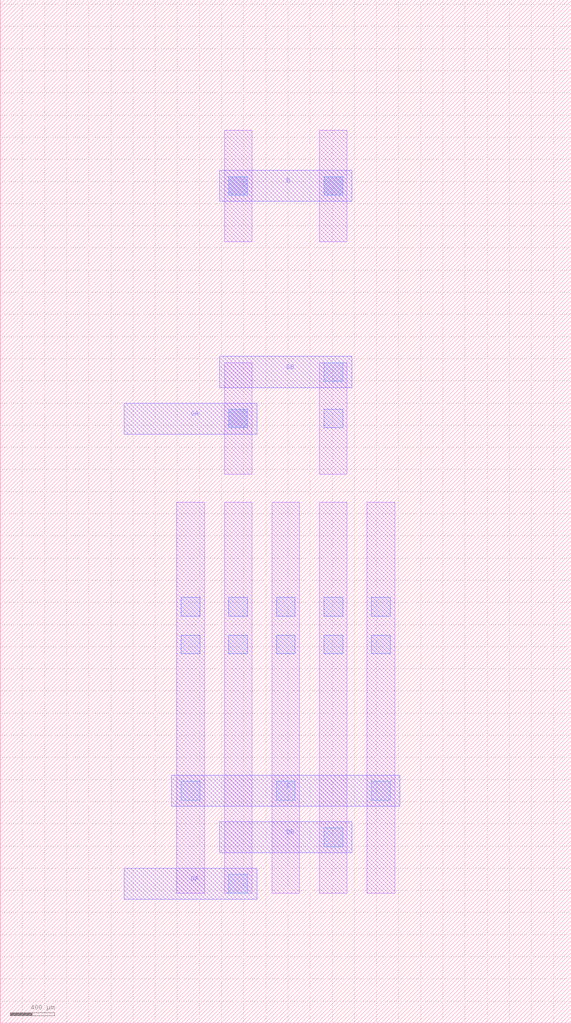
<source format=lef>
MACRO DP_NMOS_B_83449181_X1_Y1
  UNITS 
    DATABASE MICRONS UNITS 1000;
  END UNITS 
  ORIGIN 0 0 ;
  FOREIGN DP_NMOS_B_83449181_X1_Y1 0 0 ;
  SIZE 5160 BY 9240 ;
  PIN B
    DIRECTION INOUT ;
    USE SIGNAL ;
    PORT
      LAYER M2 ;
        RECT 1980 7420 3180 7700 ;
    END
  END B
  PIN DA
    DIRECTION INOUT ;
    USE SIGNAL ;
    PORT
      LAYER M2 ;
        RECT 1120 1120 2320 1400 ;
    END
  END DA
  PIN DB
    DIRECTION INOUT ;
    USE SIGNAL ;
    PORT
      LAYER M2 ;
        RECT 1980 1540 3180 1820 ;
    END
  END DB
  PIN GA
    DIRECTION INOUT ;
    USE SIGNAL ;
    PORT
      LAYER M2 ;
        RECT 1120 5320 2320 5600 ;
    END
  END GA
  PIN GB
    DIRECTION INOUT ;
    USE SIGNAL ;
    PORT
      LAYER M2 ;
        RECT 1980 5740 3180 6020 ;
    END
  END GB
  PIN S
    DIRECTION INOUT ;
    USE SIGNAL ;
    PORT
      LAYER M2 ;
        RECT 1550 1960 3610 2240 ;
    END
  END S
  OBS
    LAYER M1 ;
      RECT 2025 1175 2275 4705 ;
    LAYER M1 ;
      RECT 2025 4955 2275 5965 ;
    LAYER M1 ;
      RECT 2025 7055 2275 8065 ;
    LAYER M1 ;
      RECT 1595 1175 1845 4705 ;
    LAYER M1 ;
      RECT 2455 1175 2705 4705 ;
    LAYER M1 ;
      RECT 2885 1175 3135 4705 ;
    LAYER M1 ;
      RECT 2885 4955 3135 5965 ;
    LAYER M1 ;
      RECT 2885 7055 3135 8065 ;
    LAYER M1 ;
      RECT 3315 1175 3565 4705 ;
    LAYER V1 ;
      RECT 2065 1175 2235 1345 ;
    LAYER V1 ;
      RECT 2065 5375 2235 5545 ;
    LAYER V1 ;
      RECT 2065 7475 2235 7645 ;
    LAYER V1 ;
      RECT 2925 1595 3095 1765 ;
    LAYER V1 ;
      RECT 2925 5795 3095 5965 ;
    LAYER V1 ;
      RECT 2925 7475 3095 7645 ;
    LAYER V1 ;
      RECT 1635 2015 1805 2185 ;
    LAYER V1 ;
      RECT 2495 2015 2665 2185 ;
    LAYER V1 ;
      RECT 3355 2015 3525 2185 ;
    LAYER V0 ;
      RECT 2065 3335 2235 3505 ;
    LAYER V0 ;
      RECT 2065 3675 2235 3845 ;
    LAYER V0 ;
      RECT 2065 5375 2235 5545 ;
    LAYER V0 ;
      RECT 2065 7475 2235 7645 ;
    LAYER V0 ;
      RECT 1635 3335 1805 3505 ;
    LAYER V0 ;
      RECT 1635 3675 1805 3845 ;
    LAYER V0 ;
      RECT 2495 3335 2665 3505 ;
    LAYER V0 ;
      RECT 2495 3335 2665 3505 ;
    LAYER V0 ;
      RECT 2495 3675 2665 3845 ;
    LAYER V0 ;
      RECT 2495 3675 2665 3845 ;
    LAYER V0 ;
      RECT 2925 3335 3095 3505 ;
    LAYER V0 ;
      RECT 2925 3675 3095 3845 ;
    LAYER V0 ;
      RECT 2925 5375 3095 5545 ;
    LAYER V0 ;
      RECT 2925 7475 3095 7645 ;
    LAYER V0 ;
      RECT 3355 3335 3525 3505 ;
    LAYER V0 ;
      RECT 3355 3675 3525 3845 ;
  END
END DP_NMOS_B_83449181_X1_Y1

</source>
